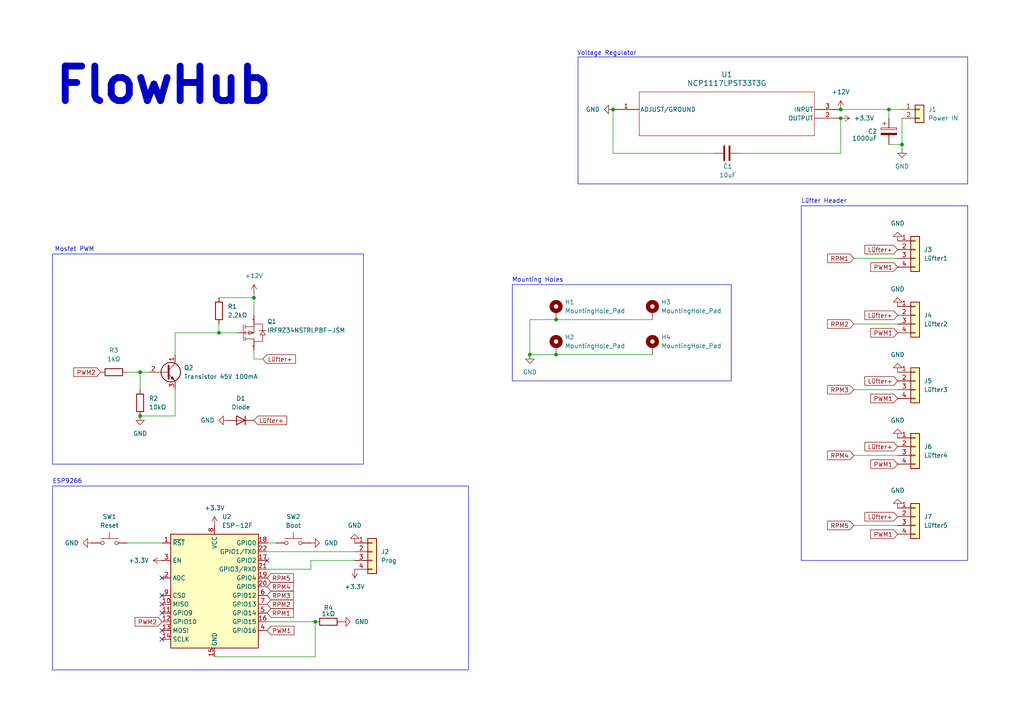
<source format=kicad_sch>
(kicad_sch (version 20250114) (generator "eeschema") (generator_version "9.0")
  (paper "A4")
  (lib_symbols
    (symbol "Connector_Generic:Conn_01x02" (pin_names (offset 1.016) (hide yes))
      (property "Reference" "J" (at 0 2.54 0))
      (property "Value" "Conn_01x02" (at 0 -5.08 0))
      (symbol "Conn_01x02_1_1"
        (rectangle (start -1.27 1.27) (end 1.27 -3.81) (stroke (width 0.254)) (fill (type background)))
        (rectangle (start -1.27 0.127) (end 0 -0.127) (stroke (width 0.1524)))
        (rectangle (start -1.27 -2.413) (end 0 -2.667) (stroke (width 0.1524)))
        (pin passive line (at -5.08 0 0) (length 3.81) (name "Pin_1") (number "1"))
        (pin passive line (at -5.08 -2.54 0) (length 3.81) (name "Pin_2") (number "2"))
      )
    )
    (symbol "Connector_Generic:Conn_01x04" (pin_names (offset 1.016) (hide yes))
      (property "Reference" "J" (at 0 5.08 0))
      (property "Value" "Conn_01x04" (at 0 -7.62 0))
      (symbol "Conn_01x04_1_1"
        (rectangle (start -1.27 3.81) (end 1.27 -6.35) (stroke (width 0.254)) (fill (type background)))
        (rectangle (start -1.27 2.667) (end 0 2.413) (stroke (width 0.1524)))
        (rectangle (start -1.27 0.127) (end 0 -0.127) (stroke (width 0.1524)))
        (rectangle (start -1.27 -2.413) (end 0 -2.667) (stroke (width 0.1524)))
        (rectangle (start -1.27 -4.953) (end 0 -5.207) (stroke (width 0.1524)))
        (pin passive line (at -5.08 2.54 0) (length 3.81) (name "Pin_1") (number "1"))
        (pin passive line (at -5.08 0 0) (length 3.81) (name "Pin_2") (number "2"))
        (pin passive line (at -5.08 -2.54 0) (length 3.81) (name "Pin_3") (number "3"))
        (pin passive line (at -5.08 -5.08 0) (length 3.81) (name "Pin_4") (number "4"))
      )
    )
    (symbol "Device:C" (pin_numbers (hide yes)) (pin_names (offset 0.254))
      (property "Reference" "C" (at 0.635 2.54 0))
      (property "Value" "C" (at 0.635 -2.54 0))
      (symbol "C_0_1"
        (polyline (pts (xy -2.032 0.762) (xy 2.032 0.762)) (stroke (width 0.508)))
        (polyline (pts (xy -2.032 -0.762) (xy 2.032 -0.762)) (stroke (width 0.508)))
      )
      (symbol "C_1_1"
        (pin passive line (at 0 3.81 270) (length 2.794) (name "~") (number "1"))
        (pin passive line (at 0 -3.81 90) (length 2.794) (name "~") (number "2"))
      )
    )
    (symbol "Device:C_Polarized" (pin_numbers (hide yes)) (pin_names (offset 0.254))
      (property "Reference" "C" (at 0.635 2.54 0))
      (property "Value" "C_Polarized" (at 0.635 -2.54 0))
      (symbol "C_Polarized_0_1"
        (rectangle (start -2.286 0.508) (end 2.286 1.016))
        (polyline (pts (xy -1.778 2.286) (xy -0.762 2.286)))
        (polyline (pts (xy -1.27 2.794) (xy -1.27 1.778)))
        (rectangle (start 2.286 -0.508) (end -2.286 -1.016) (fill (type outline)))
      )
      (symbol "C_Polarized_1_1"
        (pin passive line (at 0 3.81 270) (length 2.794) (name "~") (number "1"))
        (pin passive line (at 0 -3.81 90) (length 2.794) (name "~") (number "2"))
      )
    )
    (symbol "Device:R" (pin_numbers (hide yes)) (pin_names (offset 0))
      (property "Reference" "R" (at 2.032 0 90))
      (property "Value" "R" (at 0 0 90))
      (symbol "R_0_1"
        (rectangle (start -1.016 -2.54) (end 1.016 2.54) (stroke (width 0.254)))
      )
      (symbol "R_1_1"
        (pin passive line (at 0 3.81 270) (length 1.27) (name "~") (number "1"))
        (pin passive line (at 0 -3.81 90) (length 1.27) (name "~") (number "2"))
      )
    )
    (symbol "Keyboard_stuff:Placeholder_Diode" (pin_numbers (hide yes)) (pin_names (hide yes))
      (property "Reference" "D" (at 0 2.54 0))
      (property "Value" "Diode" (at 0 -2.54 0))
      (symbol "Placeholder_Diode_0_1"
        (polyline (pts (xy -1.27 1.27) (xy -1.27 -1.27)) (stroke (width 0.254)))
        (polyline (pts (xy 1.27 1.27) (xy 1.27 -1.27) (xy -1.27 0) (xy 1.27 1.27)) (stroke (width 0.254)))
        (polyline (pts (xy 1.27 0) (xy -1.27 0)))
      )
      (symbol "Placeholder_Diode_1_1"
        (pin passive line (at -3.81 0 0) (length 2.54) (name "K") (number "1"))
        (pin passive line (at 3.81 0 180) (length 2.54) (name "A") (number "2"))
      )
    )
    (symbol "Mechanical:MountingHole_Pad" (pin_numbers (hide yes)) (pin_names (offset 1.016) (hide yes)) (in_bom no)
      (property "Reference" "H" (at 0 6.35 0))
      (property "Value" "MountingHole_Pad" (at 0 4.445 0))
      (symbol "MountingHole_Pad_0_1"
        (circle (center 0 1.27) (radius 1.27) (stroke (width 1.27)))
      )
      (symbol "MountingHole_Pad_1_1"
        (pin input line (at 0 -2.54 90) (length 2.54) (name "1") (number "1"))
      )
    )
    (symbol "ProPrj_Fan-easyedapro:IRF9Z34NS"
      (property "Reference" "Q1" (at 3.81 2.54 0))
      (property "Value" "IRF9Z34NSTRLPBF-JSM" (at 3.81 0 0))
      (symbol "IRF9Z34NS_1_0"
        (polyline (pts (xy -3.048 -2.286) (xy -3.048 2.286)))
        (polyline (pts (xy -2.54 2.286) (xy -2.54 1.27)))
        (polyline (pts (xy -2.54 0.508) (xy -2.54 -0.508)))
        (polyline (pts (xy -2.54 0) (xy 0 0) (xy 0 0) (xy 0 2.54) (xy 0 2.54) (xy 2.54 2.54) (xy 2.54 2.54) (xy 2.54 0.762)))
        (polyline (pts (xy -2.54 -1.778) (xy 0 -1.778) (xy 0 -1.778) (xy 0 -2.54) (xy 0 -2.54) (xy 2.54 -2.54) (xy 2.54 -2.54) (xy 2.54 -0.762)))
        (polyline (pts (xy -2.54 -2.286) (xy -2.54 -1.27)))
        (polyline (pts (xy 0 1.778) (xy -2.54 1.778)))
        (polyline (pts (xy 0 0) (xy -1.524 -0.508) (xy -1.524 -0.508) (xy -1.524 0.508) (xy -1.524 0.508) (xy 0 0)))
        (polyline (pts (xy 1.524 0.635) (xy 2.032 0.635) (xy 2.032 0.635) (xy 3.048 0.635) (xy 3.048 0.635) (xy 3.556 0.635)))
        (polyline (pts (xy 2.54 0.635) (xy 3.302 -0.635) (xy 3.302 -0.635) (xy 1.778 -0.635) (xy 1.778 -0.635) (xy 2.54 0.635)))
        (pin unspecified line (at -5.08 0 0) (length 2.54) (name "1") (number "1"))
        (pin unspecified line (at 0 5.08 270) (length 2.54) (name "3") (number "3"))
        (pin unspecified line (at 0 -5.08 90) (length 2.54) (name "2") (number "2"))
      )
    )
    (symbol "RF_Module:ESP-12F"
      (property "Reference" "U" (at -12.7 19.05 0))
      (property "Value" "ESP-12F" (at 12.7 19.05 0))
      (symbol "ESP-12F_0_1"
        (rectangle (start -12.7 17.78) (end 12.7 -15.24) (stroke (width 0.254)) (fill (type background)))
      )
      (symbol "ESP-12F_1_1"
        (pin input line (at -15.24 15.24 0) (length 2.54) (name "~{RST}") (number "1"))
        (pin input line (at -15.24 10.16 0) (length 2.54) (name "EN") (number "3"))
        (pin input line (at -15.24 5.08 0) (length 2.54) (name "ADC") (number "2"))
        (pin input line (at -15.24 0 0) (length 2.54) (name "CS0") (number "9"))
        (pin bidirectional line (at -15.24 -2.54 0) (length 2.54) (name "MISO") (number "10"))
        (pin bidirectional line (at -15.24 -5.08 0) (length 2.54) (name "GPIO9") (number "11"))
        (pin bidirectional line (at -15.24 -7.62 0) (length 2.54) (name "GPIO10") (number "12"))
        (pin bidirectional line (at -15.24 -10.16 0) (length 2.54) (name "MOSI") (number "13"))
        (pin bidirectional line (at -15.24 -12.7 0) (length 2.54) (name "SCLK") (number "14"))
        (pin power_in line (at 0 20.32 270) (length 2.54) (name "VCC") (number "8"))
        (pin power_in line (at 0 -17.78 90) (length 2.54) (name "GND") (number "15"))
        (pin bidirectional line (at 15.24 15.24 180) (length 2.54) (name "GPIO0") (number "18"))
        (pin bidirectional line (at 15.24 12.7 180) (length 2.54) (name "GPIO1/TXD") (number "22"))
        (pin bidirectional line (at 15.24 10.16 180) (length 2.54) (name "GPIO2") (number "17"))
        (pin bidirectional line (at 15.24 7.62 180) (length 2.54) (name "GPIO3/RXD") (number "21"))
        (pin bidirectional line (at 15.24 5.08 180) (length 2.54) (name "GPIO4") (number "19"))
        (pin bidirectional line (at 15.24 2.54 180) (length 2.54) (name "GPIO5") (number "20"))
        (pin bidirectional line (at 15.24 0 180) (length 2.54) (name "GPIO12") (number "6"))
        (pin bidirectional line (at 15.24 -2.54 180) (length 2.54) (name "GPIO13") (number "7"))
        (pin bidirectional line (at 15.24 -5.08 180) (length 2.54) (name "GPIO14") (number "5"))
        (pin bidirectional line (at 15.24 -7.62 180) (length 2.54) (name "GPIO15") (number "16"))
        (pin bidirectional line (at 15.24 -10.16 180) (length 2.54) (name "GPIO16") (number "4"))
      )
    )
    (symbol "Switch:SW_Push" (pin_numbers (hide yes)) (pin_names (offset 1.016) (hide yes))
      (property "Reference" "SW" (at 1.27 2.54 0))
      (property "Value" "SW_Push" (at 0 -1.524 0))
      (symbol "SW_Push_0_1"
        (circle (center -2.032 0) (radius 0.508))
        (polyline (pts (xy 0 1.27) (xy 0 3.048)))
        (circle (center 2.032 0) (radius 0.508))
        (polyline (pts (xy 2.54 1.27) (xy -2.54 1.27)))
        (pin passive line (at -5.08 0 0) (length 2.54) (name "1") (number "1"))
        (pin passive line (at 5.08 0 180) (length 2.54) (name "2") (number "2"))
      )
    )
    (symbol "Transistor_BJT:2N3904" (pin_names (offset 0) (hide yes))
      (property "Reference" "Q2" (at 5.08 1.2701 0))
      (property "Value" "Transistor 45V 100mA" (at 5.08 -1.2699 0))
      (symbol "2N3904_0_1"
        (polyline (pts (xy -2.54 0) (xy 0.635 0)))
        (polyline (pts (xy 0.635 1.905) (xy 0.635 -1.905)) (stroke (width 0.508)))
        (circle (center 1.27 0) (radius 2.8194) (stroke (width 0.254)))
      )
      (symbol "2N3904_1_1"
        (polyline (pts (xy 0.635 0.635) (xy 2.54 2.54)))
        (polyline (pts (xy 0.635 -0.635) (xy 2.54 -2.54)))
        (polyline (pts (xy 1.27 -1.778) (xy 1.778 -1.27) (xy 2.286 -2.286) (xy 1.27 -1.778)) (fill (type outline)))
        (pin input line (at -5.08 0 0) (length 2.54) (name "B") (number "2"))
        (pin passive line (at 2.54 5.08 270) (length 2.54) (name "E") (number "1"))
        (pin passive line (at 2.54 -5.08 90) (length 2.54) (name "C") (number "3"))
      )
    )
    (symbol "power:+12V" (power) (pin_numbers (hide yes)) (pin_names (offset 0) (hide yes))
      (property "Value" "+12V" (at 0 3.556 0))
      (symbol "+12V_0_1"
        (polyline (pts (xy -0.762 1.27) (xy 0 2.54)))
        (polyline (pts (xy 0 2.54) (xy 0.762 1.27)))
        (polyline (pts (xy 0 0) (xy 0 2.54)))
      )
      (symbol "+12V_1_1"
        (pin power_in line (at 0 0 90) (length 0) (name "~") (number "1"))
      )
    )
    (symbol "power:+3.3V" (power) (pin_numbers (hide yes)) (pin_names (offset 0) (hide yes))
      (property "Value" "+3.3V" (at 0 3.556 0))
      (symbol "+3.3V_0_1"
        (polyline (pts (xy -0.762 1.27) (xy 0 2.54)))
        (polyline (pts (xy 0 2.54) (xy 0.762 1.27)))
        (polyline (pts (xy 0 0) (xy 0 2.54)))
      )
      (symbol "+3.3V_1_1"
        (pin power_in line (at 0 0 90) (length 0) (name "~") (number "1"))
      )
    )
    (symbol "power:GND" (power) (pin_numbers (hide yes)) (pin_names (offset 0) (hide yes))
      (property "Value" "GND" (at 0 -3.81 0))
      (symbol "GND_0_1"
        (polyline (pts (xy 0 0) (xy 0 -1.27) (xy 1.27 -1.27) (xy 0 -2.54) (xy -1.27 -1.27) (xy 0 -1.27)))
      )
      (symbol "GND_1_1"
        (pin power_in line (at 0 0 270) (length 0) (name "~") (number "1"))
      )
    )
    (symbol "ul_NCP1117LPST33T3G:NCP1117LPST33T3G" (pin_names (offset 0.254))
      (property "Reference" "U" (at 33.02 10.16 0))
      (property "Value" "NCP1117LPST33T3G" (at 33.02 7.62 0))
      (symbol "NCP1117LPST33T3G_0_1"
        (polyline (pts (xy 7.62 5.08) (xy 7.62 -7.62)) (stroke (width 0.127)))
        (polyline (pts (xy 7.62 -7.62) (xy 58.42 -7.62)) (stroke (width 0.127)))
        (polyline (pts (xy 58.42 5.08) (xy 7.62 5.08)) (stroke (width 0.127)))
        (polyline (pts (xy 58.42 -7.62) (xy 58.42 5.08)) (stroke (width 0.127)))
        (pin bidirectional line (at 0 0 0) (length 7.62) (name "ADJUST/GROUND") (number "1"))
        (pin input line (at 66.04 0 180) (length 7.62) (name "INPUT") (number "3"))
        (pin output line (at 66.04 -2.54 180) (length 7.62) (name "OUTPUT") (number "2"))
      )
    )
  )
  (rectangle (start 148.59 82.55) (end 212.09 110.49))
  (rectangle (start 15.24 140.97) (end 135.89 194.31))
  (rectangle (start 232.41 59.69) (end 280.67 162.56))
  (rectangle (start 15.24 73.66) (end 105.41 134.62))
  (rectangle (start 167.64 16.51) (end 280.67 53.34))
  (text "Mosfet PWM" (at 21.59 72.39 0) (effects (font (size 1.27 1.27))))
  (text "Voltage Regulator" (at 176.022 15.494 0) (effects (font (size 1.27 1.27))))
  (text "ESP9266" (at 19.558 139.7 0) (effects (font (size 1.27 1.27))))
  (text "Lüfter Header\n" (at 239.014 58.42 0) (effects (font (size 1.27 1.27))))
  (text "FlowHub" (at 47.498 24.892 0) (effects (font (size 10 10) (thickness 2) (bold yes))))
  (text "Mounting Holes" (at 155.956 81.28 0) (effects (font (size 1.27 1.27))))
  (junction (at 40.64 120.65))
  (junction (at 153.67 102.87))
  (junction (at 73.66 86.36))
  (junction (at 161.29 92.71))
  (junction (at 243.84 31.75))
  (junction (at 161.29 102.87))
  (junction (at 40.64 107.95))
  (junction (at 261.62 41.91))
  (junction (at 243.84 34.29))
  (junction (at 177.8 31.75))
  (junction (at 91.44 180.34))
  (junction (at 63.5 96.52))
  (junction (at 257.81 31.75))
  (no_connect (at 46.99 167.64))
  (no_connect (at 46.99 175.26))
  (no_connect (at 46.99 182.88))
  (no_connect (at 46.99 172.72))
  (no_connect (at 46.99 177.8))
  (no_connect (at 77.47 162.56))
  (no_connect (at 46.99 185.42))
  (wire (pts (xy 153.67 102.87) (xy 161.29 102.87)))
  (wire (pts (xy 73.66 85.09) (xy 73.66 86.36)))
  (wire (pts (xy 50.8 96.52) (xy 50.8 102.87)))
  (wire (pts (xy 50.8 120.65) (xy 40.64 120.65)))
  (wire (pts (xy 247.65 93.98) (xy 260.35 93.98)))
  (wire (pts (xy 177.8 31.75) (xy 177.8 44.45)))
  (wire (pts (xy 177.8 44.45) (xy 207.01 44.45)))
  (wire (pts (xy 77.47 180.34) (xy 91.44 180.34)))
  (wire (pts (xy 90.17 162.56) (xy 102.87 162.56)))
  (wire (pts (xy 214.63 44.45) (xy 243.84 44.45)))
  (wire (pts (xy 36.83 157.48) (xy 46.99 157.48)))
  (wire (pts (xy 247.65 152.4) (xy 260.35 152.4)))
  (wire (pts (xy 247.65 113.03) (xy 260.35 113.03)))
  (wire (pts (xy 257.81 41.91) (xy 261.62 41.91)))
  (wire (pts (xy 73.66 86.36) (xy 73.66 91.44)))
  (wire (pts (xy 63.5 93.98) (xy 63.5 96.52)))
  (wire (pts (xy 91.44 190.5) (xy 91.44 180.34)))
  (wire (pts (xy 40.64 107.95) (xy 43.18 107.95)))
  (wire (pts (xy 257.81 31.75) (xy 261.62 31.75)))
  (wire (pts (xy 62.23 190.5) (xy 91.44 190.5)))
  (wire (pts (xy 161.29 102.87) (xy 189.23 102.87)))
  (wire (pts (xy 80.01 157.48) (xy 77.47 157.48)))
  (wire (pts (xy 50.8 113.03) (xy 50.8 120.65)))
  (wire (pts (xy 247.65 74.93) (xy 260.35 74.93)))
  (wire (pts (xy 77.47 165.1) (xy 90.17 165.1)))
  (wire (pts (xy 63.5 86.36) (xy 73.66 86.36)))
  (wire (pts (xy 243.84 31.75) (xy 257.81 31.75)))
  (wire (pts (xy 63.5 96.52) (xy 50.8 96.52)))
  (wire (pts (xy 161.29 92.71) (xy 189.23 92.71)))
  (wire (pts (xy 153.67 92.71) (xy 161.29 92.71)))
  (wire (pts (xy 243.84 44.45) (xy 243.84 34.29)))
  (wire (pts (xy 40.64 107.95) (xy 40.64 113.03)))
  (wire (pts (xy 90.17 165.1) (xy 90.17 162.56)))
  (wire (pts (xy 247.65 132.08) (xy 260.35 132.08)))
  (wire (pts (xy 73.66 101.6) (xy 73.66 104.14)))
  (wire (pts (xy 257.81 31.75) (xy 257.81 34.29)))
  (wire (pts (xy 77.47 160.02) (xy 102.87 160.02)))
  (wire (pts (xy 261.62 43.18) (xy 261.62 41.91)))
  (wire (pts (xy 153.67 102.87) (xy 153.67 92.71)))
  (wire (pts (xy 73.66 104.14) (xy 76.2 104.14)))
  (wire (pts (xy 261.62 41.91) (xy 261.62 34.29)))
  (wire (pts (xy 36.83 107.95) (xy 40.64 107.95)))
  (wire (pts (xy 63.5 96.52) (xy 68.58 96.52)))
  (global_label "Lüfter+" (shape input) (at 260.35 129.54 180) (property "Intersheetrefs" "${INTERSHEET_REFS}" (effects (hide yes))))
  (global_label "Lüfter+" (shape input) (at 260.35 149.86 180) (property "Intersheetrefs" "${INTERSHEET_REFS}" (effects (hide yes))))
  (global_label "PWM1" (shape input) (at 260.35 154.94 180) (property "Intersheetrefs" "${INTERSHEET_REFS}" (effects (hide yes))))
  (global_label "RPM1" (shape input) (at 247.65 74.93 180) (property "Intersheetrefs" "${INTERSHEET_REFS}" (effects (hide yes))))
  (global_label "RPM5" (shape input) (at 77.47 167.64 0) (property "Intersheetrefs" "${INTERSHEET_REFS}" (effects (hide yes))))
  (global_label "Lüfter+" (shape input) (at 260.35 110.49 180) (property "Intersheetrefs" "${INTERSHEET_REFS}" (effects (hide yes))))
  (global_label "PWM2" (shape input) (at 46.99 180.34 180) (property "Intersheetrefs" "${INTERSHEET_REFS}" (effects (hide yes))))
  (global_label "PWM1" (shape input) (at 260.35 115.57 180) (property "Intersheetrefs" "${INTERSHEET_REFS}" (effects (hide yes))))
  (global_label "Lüfter+" (shape input) (at 260.35 91.44 180) (property "Intersheetrefs" "${INTERSHEET_REFS}" (effects (hide yes))))
  (global_label "Lüfter+" (shape input) (at 73.66 121.92 0) (property "Intersheetrefs" "${INTERSHEET_REFS}" (effects (hide yes))))
  (global_label "RPM2" (shape input) (at 77.47 175.26 0) (property "Intersheetrefs" "${INTERSHEET_REFS}" (effects (hide yes))))
  (global_label "Lüfter+" (shape input) (at 260.35 72.39 180) (property "Intersheetrefs" "${INTERSHEET_REFS}" (effects (hide yes))))
  (global_label "Lüfter+" (shape input) (at 76.2 104.14 0) (property "Intersheetrefs" "${INTERSHEET_REFS}" (effects (hide yes))))
  (global_label "PWM2" (shape input) (at 29.21 107.95 180) (property "Intersheetrefs" "${INTERSHEET_REFS}" (effects (hide yes))))
  (global_label "RPM5" (shape input) (at 247.65 152.4 180) (property "Intersheetrefs" "${INTERSHEET_REFS}" (effects (hide yes))))
  (global_label "RPM1" (shape input) (at 77.47 177.8 0) (property "Intersheetrefs" "${INTERSHEET_REFS}" (effects (hide yes))))
  (global_label "PWM1" (shape input) (at 260.35 77.47 180) (property "Intersheetrefs" "${INTERSHEET_REFS}" (effects (hide yes))))
  (global_label "PWM1" (shape input) (at 77.47 182.88 0) (property "Intersheetrefs" "${INTERSHEET_REFS}" (effects (hide yes))))
  (global_label "RPM4" (shape input) (at 247.65 132.08 180) (property "Intersheetrefs" "${INTERSHEET_REFS}" (effects (hide yes))))
  (global_label "RPM4" (shape input) (at 77.47 170.18 0) (property "Intersheetrefs" "${INTERSHEET_REFS}" (effects (hide yes))))
  (global_label "RPM3" (shape input) (at 247.65 113.03 180) (property "Intersheetrefs" "${INTERSHEET_REFS}" (effects (hide yes))))
  (global_label "RPM3" (shape input) (at 77.47 172.72 0) (property "Intersheetrefs" "${INTERSHEET_REFS}" (effects (hide yes))))
  (global_label "PWM1" (shape input) (at 260.35 134.62 180) (property "Intersheetrefs" "${INTERSHEET_REFS}" (effects (hide yes))))
  (global_label "PWM1" (shape input) (at 260.35 96.52 180) (property "Intersheetrefs" "${INTERSHEET_REFS}" (effects (hide yes))))
  (global_label "RPM2" (shape input) (at 247.65 93.98 180) (property "Intersheetrefs" "${INTERSHEET_REFS}" (effects (hide yes))))
  (symbol (lib_id "Keyboard_stuff:Placeholder_Diode") (at 69.85 121.92 180) (unit 1)
    (property "Reference" "D1" (at 69.85 115.57 0))
    (property "Value" "Diode" (at 69.85 118.11 0))
    (property "Footprint" "Diode_SMD:D_SMA_Handsoldering" (effects (hide yes)))
    (property "Datasheet" "https://www.lcsc.com/datasheet/C22452.pdf" (effects (hide yes)))
    (property "Description" "Independent 40V 550mV@5A 5A SMA(DO-214AC) Single Diodes RoHS" (effects (hide yes)))
    (property "LCSC" "C22452" (effects (hide yes)))
  )
  (symbol (lib_id "power:+3.3V") (at 62.23 152.4 0) (unit 1)
    (property "Reference" "#PWR010" (effects (hide yes)))
    (property "Value" "+3.3V" (at 62.23 147.32 0))
    (property "Description" "Power symbol creates a global label with name \"+3.3V\"" (effects (hide yes)))
  )
  (symbol (lib_id "Connector_Generic:Conn_01x04") (at 265.43 149.86 0) (unit 1)
    (property "Reference" "J7" (at 267.97 149.8599 0) (effects (justify left)))
    (property "Value" "Lüfter5" (at 267.97 152.3999 0) (effects (justify left)))
    (property "Footprint" "Connector_PinHeader_2.54mm:PinHeader_1x04_P2.54mm_pclüfter" (effects (hide yes)))
    (property "Datasheet" "https://www.lcsc.com/datasheet/C722747.pdf" (effects (hide yes)))
    (property "Description" "4P 1x4P -25℃~+85℃ Beige 2.54mm 250V 4 1 3A Right Angle Through Hole,Right Angle,P=2.54mm Headers, Male Pins RoHS" (effects (hide yes)))
    (property "LCSC" "C722747" (effects (hide yes)))
  )
  (symbol (lib_id "power:+12V") (at 243.84 31.75 0) (unit 1)
    (property "Reference" "#PWR02" (effects (hide yes)))
    (property "Value" "+12V" (at 243.84 26.67 0))
    (property "Description" "Power symbol creates a global label with name \"+12V\"" (effects (hide yes)))
  )
  (symbol (lib_id "power:GND") (at 261.62 43.18 0) (unit 1)
    (property "Reference" "#PWR04" (effects (hide yes)))
    (property "Value" "GND" (at 261.62 48.26 0))
    (property "Description" "Power symbol creates a global label with name \"GND\" , ground" (effects (hide yes)))
  )
  (symbol (lib_id "Device:R") (at 33.02 107.95 90) (unit 1)
    (property "Reference" "R3" (at 33.02 101.6 90))
    (property "Value" "1kΩ" (at 33.02 104.14 90))
    (property "Footprint" "Resistor_SMD:R_0805_2012Metric_Pad1.20x1.40mm_HandSolder" (effects (hide yes)))
    (property "Datasheet" "https://www.lcsc.com/datasheet/C95781.pdf" (effects (hide yes)))
    (property "Description" "1kΩ 125mW 150V ±100ppm/℃ Thick Film Resistor ±1% 0805 Chip Resistor - Surface Mount RoHS" (effects (hide yes)))
    (property "LCSC" "C95781" (effects (hide yes)))
  )
  (symbol (lib_id "power:GND") (at 177.8 31.75 270) (unit 1)
    (property "Reference" "#PWR03" (effects (hide yes)))
    (property "Value" "GND" (at 173.99 31.7499 90) (effects (justify right)))
    (property "Description" "Power symbol creates a global label with name \"GND\" , ground" (effects (hide yes)))
  )
  (symbol (lib_id "Device:R") (at 63.5 90.17 0) (unit 1)
    (property "Reference" "R1" (at 66.04 88.8999 0) (effects (justify left)))
    (property "Value" "2.2kΩ" (at 66.04 91.4399 0) (effects (justify left)))
    (property "Footprint" "Resistor_SMD:R_0805_2012Metric_Pad1.20x1.40mm_HandSolder" (effects (hide yes)))
    (property "Datasheet" "https://www.lcsc.com/datasheet/C17520.pdf" (effects (hide yes)))
    (property "Description" "125mW 2.2kΩ 150V ±100ppm/℃ Thick Film Resistor ±1% 0805 Chip Resistor - Surface Mount RoHS" (effects (hide yes)))
    (property "LCSC" "C17520" (effects (hide yes)))
  )
  (symbol (lib_id "Switch:SW_Push") (at 31.75 157.48 0) (unit 1)
    (property "Reference" "SW1" (at 31.75 149.86 0))
    (property "Value" "Reset" (at 31.75 152.4 0))
    (property "Footprint" "Button_Switch_SMD:SW_SPST_SKQG_WithStem" (effects (hide yes)))
    (property "Datasheet" "https://www.lcsc.com/datasheet/C116647.pdf" (effects (hide yes)))
    (property "Description" "12V 5.2mm Round Button 5.2mm SPST 50mA SMD-4P,5.2x5.2mm Tactile Switches RoHS" (effects (hide yes)))
    (property "LCSC" "C116647" (effects (hide yes)))
  )
  (symbol (lib_id "power:GND") (at 26.67 157.48 270) (unit 1)
    (property "Reference" "#PWR08" (effects (hide yes)))
    (property "Value" "GND" (at 22.86 157.4799 90) (effects (justify right)))
    (property "Description" "Power symbol creates a global label with name \"GND\" , ground" (effects (hide yes)))
  )
  (symbol (lib_id "power:+3.3V") (at 102.87 165.1 180) (unit 1)
    (property "Reference" "#PWR014" (effects (hide yes)))
    (property "Value" "+3.3V" (at 102.87 170.18 0))
    (property "Description" "Power symbol creates a global label with name \"+3.3V\"" (effects (hide yes)))
  )
  (symbol (lib_id "Connector_Generic:Conn_01x04") (at 265.43 72.39 0) (unit 1)
    (property "Reference" "J3" (at 267.97 72.3899 0) (effects (justify left)))
    (property "Value" "Lüfter1" (at 267.97 74.9299 0) (effects (justify left)))
    (property "Footprint" "Connector_PinHeader_2.54mm:PinHeader_1x04_P2.54mm_pclüfter" (effects (hide yes)))
    (property "Datasheet" "https://www.lcsc.com/datasheet/C722747.pdf" (effects (hide yes)))
    (property "Description" "4P 1x4P -25℃~+85℃ Beige 2.54mm 250V 4 1 3A Right Angle Through Hole,Right Angle,P=2.54mm Headers, Male Pins RoHS" (effects (hide yes)))
    (property "LCSC" "C722747" (effects (hide yes)))
  )
  (symbol (lib_id "Connector_Generic:Conn_01x04") (at 107.95 160.02 0) (unit 1)
    (property "Reference" "J2" (at 110.49 160.0199 0) (effects (justify left)))
    (property "Value" "Prog" (at 110.49 162.5599 0) (effects (justify left)))
    (property "Footprint" "Connector_PinHeader_2.54mm:PinHeader_1x04_P2.54mm_Vertical" (effects (hide yes)))
    (property "Datasheet" "https://www.lcsc.com/datasheet/C52016392.pdf" (effects (hide yes)))
    (property "Description" "1x4P 4P Gold Brass -40℃~+105℃ Pin Header 2.54mm 2.5mm 6mm 1kV 3mm 3A 1 Through Hole Through Hole,P=2.54mm Headers, Male Pins RoHS" (effects (hide yes)))
    (property "LCSC" "C52016392" (effects (hide yes)))
  )
  (symbol (lib_id "power:GND") (at 260.35 127 180) (unit 1)
    (property "Reference" "#PWR018" (effects (hide yes)))
    (property "Value" "GND" (at 260.35 121.92 0))
    (property "Description" "Power symbol creates a global label with name \"GND\" , ground" (effects (hide yes)))
  )
  (symbol (lib_id "power:+12V") (at 73.66 85.09 0) (unit 1)
    (property "Reference" "#PWR05" (effects (hide yes)))
    (property "Value" "+12V" (at 73.66 80.01 0))
    (property "Description" "Power symbol creates a global label with name \"+12V\"" (effects (hide yes)))
  )
  (symbol (lib_id "power:GND") (at 260.35 69.85 180) (unit 1)
    (property "Reference" "#PWR015" (effects (hide yes)))
    (property "Value" "GND" (at 260.35 64.77 0))
    (property "Description" "Power symbol creates a global label with name \"GND\" , ground" (effects (hide yes)))
  )
  (symbol (lib_id "Mechanical:MountingHole_Pad") (at 189.23 100.33 0) (unit 1) (in_bom no)
    (property "Reference" "H4" (at 191.77 97.7899 0) (effects (justify left)))
    (property "Value" "MountingHole_Pad" (at 191.77 100.3299 0) (effects (justify left)))
    (property "Footprint" "MountingHole:MountingHole_2.2mm_M2_Pad_Via" (effects (hide yes)))
    (property "Description" "Mounting Hole with connection" (effects (hide yes)))
  )
  (symbol (lib_id "power:GND") (at 260.35 147.32 180) (unit 1)
    (property "Reference" "#PWR019" (effects (hide yes)))
    (property "Value" "GND" (at 260.35 142.24 0))
    (property "Description" "Power symbol creates a global label with name \"GND\" , ground" (effects (hide yes)))
  )
  (symbol (lib_id "power:GND") (at 66.04 121.92 270) (unit 1)
    (property "Reference" "#PWR07" (effects (hide yes)))
    (property "Value" "GND" (at 62.23 121.9199 90) (effects (justify right)))
    (property "Description" "Power symbol creates a global label with name \"GND\" , ground" (effects (hide yes)))
  )
  (symbol (lib_id "power:GND") (at 153.67 102.87 0) (unit 1)
    (property "Reference" "#PWR020" (effects (hide yes)))
    (property "Value" "GND" (at 153.67 107.95 0))
    (property "Description" "Power symbol creates a global label with name \"GND\" , ground" (effects (hide yes)))
  )
  (symbol (lib_id "power:+3.3V") (at 243.84 34.29 270) (unit 1)
    (property "Reference" "#PWR01" (effects (hide yes)))
    (property "Value" "+3.3V" (at 247.65 34.2899 90) (effects (justify left)))
    (property "Description" "Power symbol creates a global label with name \"+3.3V\"" (effects (hide yes)))
  )
  (symbol (lib_id "Device:C_Polarized") (at 257.81 38.1 0) (unit 1)
    (property "Reference" "C2" (at 251.714 38.1 0) (effects (justify left)))
    (property "Value" "1000uF" (at 247.142 40.132 0) (effects (justify left)))
    (property "Footprint" "Capacitor_THT:CP_Radial_D10.0mm_P5.00mm" (effects (hide yes)))
    (property "Datasheet" "https://www.lcsc.com/datasheet/C10750.pdf" (effects (hide yes)))
    (property "Description" "5mm 1000uF 25V ±20% Through Hole,D10xL17mm Aluminum Electrolytic Capacitors RoHS" (effects (hide yes)))
    (property "LCSC" "C10750" (effects (hide yes)))
  )
  (symbol (lib_id "power:GND") (at 99.06 180.34 90) (unit 1)
    (property "Reference" "#PWR011" (effects (hide yes)))
    (property "Value" "GND" (at 102.87 180.3399 90) (effects (justify right)))
    (property "Description" "Power symbol creates a global label with name \"GND\" , ground" (effects (hide yes)))
  )
  (symbol (lib_id "power:GND") (at 102.87 157.48 180) (unit 1)
    (property "Reference" "#PWR013" (effects (hide yes)))
    (property "Value" "GND" (at 102.87 152.4 0))
    (property "Description" "Power symbol creates a global label with name \"GND\" , ground" (effects (hide yes)))
  )
  (symbol (lib_id "power:GND") (at 260.35 107.95 180) (unit 1)
    (property "Reference" "#PWR017" (effects (hide yes)))
    (property "Value" "GND" (at 260.35 102.87 0))
    (property "Description" "Power symbol creates a global label with name \"GND\" , ground" (effects (hide yes)))
  )
  (symbol (lib_id "Device:R") (at 40.64 116.84 0) (unit 1)
    (property "Reference" "R2" (at 43.18 115.5699 0) (effects (justify left)))
    (property "Value" "10kΩ" (at 43.18 118.1099 0) (effects (justify left)))
    (property "Footprint" "Resistor_SMD:R_0805_2012Metric_Pad1.20x1.40mm_HandSolder" (effects (hide yes)))
    (property "Datasheet" "https://www.lcsc.com/datasheet/C84376.pdf" (effects (hide yes)))
    (property "Description" "125mW 10kΩ 150V ±100ppm/℃ Thick Film Resistor ±1% 0805 Chip Resistor - Surface Mount RoHS" (effects (hide yes)))
    (property "LCSC" "C84376" (effects (hide yes)))
  )
  (symbol (lib_id "Connector_Generic:Conn_01x04") (at 265.43 129.54 0) (unit 1)
    (property "Reference" "J6" (at 267.97 129.5399 0) (effects (justify left)))
    (property "Value" "Lüfter4" (at 267.97 132.0799 0) (effects (justify left)))
    (property "Footprint" "Connector_PinHeader_2.54mm:PinHeader_1x04_P2.54mm_pclüfter" (effects (hide yes)))
    (property "Datasheet" "https://www.lcsc.com/datasheet/C722747.pdf" (effects (hide yes)))
    (property "Description" "4P 1x4P -25℃~+85℃ Beige 2.54mm 250V 4 1 3A Right Angle Through Hole,Right Angle,P=2.54mm Headers, Male Pins RoHS" (effects (hide yes)))
    (property "LCSC" "C722747" (effects (hide yes)))
  )
  (symbol (lib_id "Switch:SW_Push") (at 85.09 157.48 0) (unit 1)
    (property "Reference" "SW2" (at 85.09 149.86 0))
    (property "Value" "Boot" (at 85.09 152.4 0))
    (property "Footprint" "Button_Switch_SMD:SW_SPST_SKQG_WithStem" (effects (hide yes)))
    (property "Datasheet" "https://www.lcsc.com/datasheet/C116647.pdf" (effects (hide yes)))
    (property "Description" "12V 5.2mm Round Button 5.2mm SPST 50mA SMD-4P,5.2x5.2mm Tactile Switches RoHS" (effects (hide yes)))
    (property "LCSC" "C116647" (effects (hide yes)))
  )
  (symbol (lib_id "power:GND") (at 90.17 157.48 90) (unit 1)
    (property "Reference" "#PWR012" (effects (hide yes)))
    (property "Value" "GND" (at 93.98 157.4799 90) (effects (justify right)))
    (property "Description" "Power symbol creates a global label with name \"GND\" , ground" (effects (hide yes)))
  )
  (symbol (lib_id "power:GND") (at 40.64 120.65 0) (unit 1)
    (property "Reference" "#PWR06" (effects (hide yes)))
    (property "Value" "GND" (at 40.64 125.73 0))
    (property "Description" "Power symbol creates a global label with name \"GND\" , ground" (effects (hide yes)))
  )
  (symbol (lib_id "power:GND") (at 260.35 88.9 180) (unit 1)
    (property "Reference" "#PWR016" (effects (hide yes)))
    (property "Value" "GND" (at 260.35 83.82 0))
    (property "Description" "Power symbol creates a global label with name \"GND\" , ground" (effects (hide yes)))
  )
  (symbol (lib_id "power:+3.3V") (at 46.99 162.56 90) (unit 1)
    (property "Reference" "#PWR09" (effects (hide yes)))
    (property "Value" "+3.3V" (at 43.18 162.5599 90) (effects (justify left)))
    (property "Description" "Power symbol creates a global label with name \"+3.3V\"" (effects (hide yes)))
  )
  (symbol (lib_id "Mechanical:MountingHole_Pad") (at 161.29 90.17 0) (unit 1) (in_bom no)
    (property "Reference" "H1" (at 163.83 87.6299 0) (effects (justify left)))
    (property "Value" "MountingHole_Pad" (at 163.83 90.1699 0) (effects (justify left)))
    (property "Footprint" "MountingHole:MountingHole_2.2mm_M2_Pad_Via" (effects (hide yes)))
    (property "Description" "Mounting Hole with connection" (effects (hide yes)))
  )
  (symbol (lib_id "Device:R") (at 95.25 180.34 90) (unit 1)
    (property "Reference" "R4" (at 95.25 176.276 90))
    (property "Value" "1kΩ" (at 95.25 178.054 90))
    (property "Footprint" "Resistor_SMD:R_0805_2012Metric_Pad1.20x1.40mm_HandSolder" (effects (hide yes)))
    (property "Datasheet" "https://www.lcsc.com/datasheet/C95781.pdf" (effects (hide yes)))
    (property "Description" "1kΩ 125mW 150V ±100ppm/℃ Thick Film Resistor ±1% 0805 Chip Resistor - Surface Mount RoHS" (effects (hide yes)))
    (property "LCSC" "C95781" (effects (hide yes)))
  )
  (symbol (lib_id "Device:C") (at 210.82 44.45 270) (unit 1)
    (property "Reference" "C1" (at 211.074 48.26 90))
    (property "Value" "10uF" (at 211.074 50.8 90))
    (property "Footprint" "Capacitor_SMD:C_0805_2012Metric_Pad1.18x1.45mm_HandSolder" (effects (hide yes)))
    (property "Datasheet" "https://www.lcsc.com/datasheet/C2897295.pdf" (effects (hide yes)))
    (property "Description" "6.3V 10uF X5R ±10% 0805 Ceramic Capacitors RoHS" (effects (hide yes)))
    (property "LCSC" "C2897295" (effects (hide yes)))
  )
  (symbol (lib_id "Transistor_BJT:2N3904") (at 48.26 107.95 0) (unit 1)
    (property "Reference" "Q2" (at 53.34 106.6799 0) (effects (justify left)))
    (property "Value" "Transistor 45V 100mA" (at 53.34 109.2199 0) (effects (justify left)))
    (property "Footprint" "Package_TO_SOT_THT:TO-92" (effects (hide yes)))
    (property "Datasheet" "https://www.lcsc.com/datasheet/C719806.pdf" (effects (hide yes)))
    (property "Description" "45V 100mA NPN TO-92-3 Single Bipolar Transistors RoHS" (effects (hide yes)))
    (property "LCSC" "C900800" (effects (hide yes)))
  )
  (symbol (lib_id "ul_NCP1117LPST33T3G:NCP1117LPST33T3G") (at 177.8 31.75 0) (unit 1)
    (property "Reference" "U1" (at 210.82 21.59 0) (effects (font (size 1.524 1.524))))
    (property "Value" "NCP1117LPST33T3G" (at 210.82 24.13 0) (effects (font (size 1.524 1.524))))
    (property "Footprint" "ul_NCP1117LPST33T3G:SOT223-3_ONS" (effects (hide yes)))
    (property "Datasheet" "https://www.lcsc.com/datasheet/C146799.pdf" (effects (hide yes)))
    (property "Description" "60dB@(120Hz) Positive Fixed 3.3V SOT-223 Voltage Regulators - Linear, Low Drop Out (LDO) Regulators RoHS" (effects (hide yes)))
    (property "LCSC" "C146799" (effects (hide yes)))
  )
  (symbol (lib_id "RF_Module:ESP-12F") (at 62.23 172.72 0) (unit 1)
    (property "Reference" "U2" (at 64.3733 149.86 0) (effects (justify left)))
    (property "Value" "ESP-12F" (at 64.3733 152.4 0) (effects (justify left)))
    (property "Footprint" "RF_Module:ESP-12E" (effects (hide yes)))
    (property "Datasheet" "https://www.lcsc.com/datasheet/C82891.pdf" (effects (hide yes)))
    (property "Description" "2.4GHz ESP8266 Chip On-board PCB Antenna -90dBm SMD,24x16mm RF Transceiver Modules and Modems RoHS" (effects (hide yes)))
    (property "LCSC" "C82891" (effects (hide yes)))
  )
  (symbol (lib_id "Connector_Generic:Conn_01x04") (at 265.43 91.44 0) (unit 1)
    (property "Reference" "J4" (at 267.97 91.4399 0) (effects (justify left)))
    (property "Value" "Lüfter2" (at 267.97 93.9799 0) (effects (justify left)))
    (property "Footprint" "Connector_PinHeader_2.54mm:PinHeader_1x04_P2.54mm_pclüfter" (effects (hide yes)))
    (property "Datasheet" "https://www.lcsc.com/datasheet/C722747.pdf" (effects (hide yes)))
    (property "Description" "4P 1x4P -25℃~+85℃ Beige 2.54mm 250V 4 1 3A Right Angle Through Hole,Right Angle,P=2.54mm Headers, Male Pins RoHS" (effects (hide yes)))
    (property "LCSC" "C722747" (effects (hide yes)))
  )
  (symbol (lib_id "Mechanical:MountingHole_Pad") (at 161.29 100.33 0) (unit 1) (in_bom no)
    (property "Reference" "H2" (at 163.83 97.7899 0) (effects (justify left)))
    (property "Value" "MountingHole_Pad" (at 163.83 100.3299 0) (effects (justify left)))
    (property "Footprint" "MountingHole:MountingHole_2.2mm_M2_Pad_Via" (effects (hide yes)))
    (property "Description" "Mounting Hole with connection" (effects (hide yes)))
  )
  (symbol (lib_id "Connector_Generic:Conn_01x02") (at 266.7 31.75 0) (unit 1)
    (property "Reference" "J1" (at 269.24 31.7499 0) (effects (justify left)))
    (property "Value" "Power IN" (at 269.24 34.2899 0) (effects (justify left)))
    (property "Footprint" "TerminalBlock_4Ucon:TerminalBlock_4Ucon_1x02_P3.50mm_Horizontal" (effects (hide yes)))
    (property "Datasheet" "https://www.lcsc.com/datasheet/C695629.pdf" (effects (hide yes)))
    (property "Description" "1x2P 7A Green -40℃~+105℃ 300V Through Hole 3.5mm 1 2 Through Hole,P=3.5mm Wire to Board RoHS" (effects (hide yes)))
    (property "LCSC" "C695629" (effects (hide yes)))
  )
  (symbol (lib_id "ProPrj_Fan-easyedapro:IRF9Z34NS") (at 73.66 96.52 0) (unit 1)
    (property "Reference" "Q1" (at 77.47 93.98 0) (effects (justify left bottom)))
    (property "Value" "IRF9Z34NSTRLPBF-JSM" (at 77.47 96.52 0) (effects (justify left bottom)))
    (property "Footprint" "Package_TO_SOT_SMD:TO-263-2" (effects (hide yes)))
    (property "Datasheet" "https://www.lcsc.com/datasheet/C21714355.pdf" (effects (hide yes)))
    (property "Description" "55V 35A 55mΩ@10V 110W 1 P-Channel TO-263-2L Single FETs, MOSFETs RoHS" (effects (hide yes)))
    (property "LCSC" "C21714355" (effects (hide yes)))
  )
  (symbol (lib_id "Mechanical:MountingHole_Pad") (at 189.23 90.17 0) (unit 1) (in_bom no)
    (property "Reference" "H3" (at 191.77 87.6299 0) (effects (justify left)))
    (property "Value" "MountingHole_Pad" (at 191.77 90.1699 0) (effects (justify left)))
    (property "Footprint" "MountingHole:MountingHole_2.2mm_M2_Pad_Via" (effects (hide yes)))
    (property "Description" "Mounting Hole with connection" (effects (hide yes)))
  )
  (symbol (lib_id "Connector_Generic:Conn_01x04") (at 265.43 110.49 0) (unit 1)
    (property "Reference" "J5" (at 267.97 110.4899 0) (effects (justify left)))
    (property "Value" "Lüfter3" (at 267.97 113.0299 0) (effects (justify left)))
    (property "Footprint" "Connector_PinHeader_2.54mm:PinHeader_1x04_P2.54mm_pclüfter" (effects (hide yes)))
    (property "Datasheet" "https://www.lcsc.com/datasheet/C722747.pdf" (effects (hide yes)))
    (property "Description" "4P 1x4P -25℃~+85℃ Beige 2.54mm 250V 4 1 3A Right Angle Through Hole,Right Angle,P=2.54mm Headers, Male Pins RoHS" (effects (hide yes)))
    (property "LCSC" "C722747" (effects (hide yes)))
  )
)
</source>
